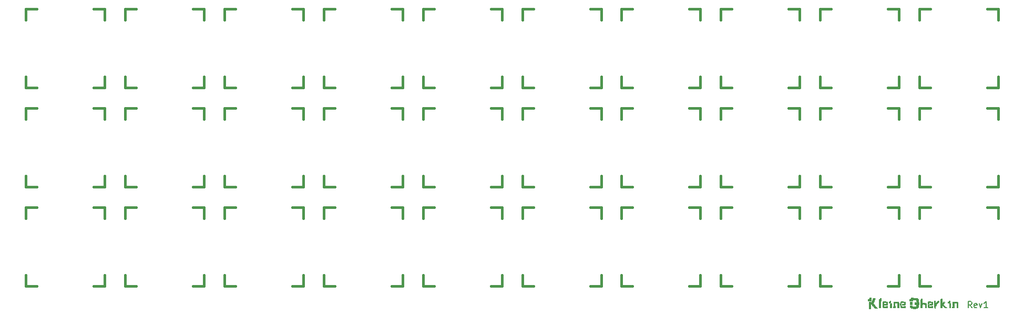
<source format=gbr>
G04 #@! TF.GenerationSoftware,KiCad,Pcbnew,(5.1.5)-3*
G04 #@! TF.CreationDate,2021-03-06T02:12:17+09:00*
G04 #@! TF.ProjectId,Kleine Gherkin,4b6c6569-6e65-4204-9768-65726b696e2e,rev?*
G04 #@! TF.SameCoordinates,Original*
G04 #@! TF.FileFunction,Legend,Top*
G04 #@! TF.FilePolarity,Positive*
%FSLAX46Y46*%
G04 Gerber Fmt 4.6, Leading zero omitted, Abs format (unit mm)*
G04 Created by KiCad (PCBNEW (5.1.5)-3) date 2021-03-06 02:12:17*
%MOMM*%
%LPD*%
G04 APERTURE LIST*
%ADD10C,0.130000*%
%ADD11C,0.010000*%
%ADD12C,0.381000*%
%ADD13C,0.150000*%
G04 APERTURE END LIST*
D10*
X187048809Y-83852380D02*
X186715476Y-83376190D01*
X186477380Y-83852380D02*
X186477380Y-82852380D01*
X186858333Y-82852380D01*
X186953571Y-82900000D01*
X187001190Y-82947619D01*
X187048809Y-83042857D01*
X187048809Y-83185714D01*
X187001190Y-83280952D01*
X186953571Y-83328571D01*
X186858333Y-83376190D01*
X186477380Y-83376190D01*
X187858333Y-83804761D02*
X187763095Y-83852380D01*
X187572619Y-83852380D01*
X187477380Y-83804761D01*
X187429761Y-83709523D01*
X187429761Y-83328571D01*
X187477380Y-83233333D01*
X187572619Y-83185714D01*
X187763095Y-83185714D01*
X187858333Y-83233333D01*
X187905952Y-83328571D01*
X187905952Y-83423809D01*
X187429761Y-83519047D01*
X188239285Y-83185714D02*
X188477380Y-83852380D01*
X188715476Y-83185714D01*
X189620238Y-83852380D02*
X189048809Y-83852380D01*
X189334523Y-83852380D02*
X189334523Y-82852380D01*
X189239285Y-82995238D01*
X189144047Y-83090476D01*
X189048809Y-83138095D01*
D11*
G36*
X182236000Y-82381492D02*
G01*
X182250950Y-82392561D01*
X182256993Y-82417252D01*
X182256126Y-82460314D01*
X182250342Y-82526496D01*
X182247027Y-82561264D01*
X182237502Y-82662117D01*
X181972882Y-82662117D01*
X181972882Y-82611045D01*
X181970304Y-82568747D01*
X181964075Y-82537042D01*
X181963813Y-82536339D01*
X181964636Y-82517967D01*
X181989815Y-82512478D01*
X181989960Y-82512477D01*
X182035724Y-82503719D01*
X182063387Y-82474922D01*
X182075780Y-82436196D01*
X182083063Y-82407634D01*
X182095421Y-82392088D01*
X182120954Y-82384901D01*
X182167759Y-82381417D01*
X182171405Y-82381224D01*
X182210150Y-82379296D01*
X182236000Y-82381492D01*
G37*
X182236000Y-82381492D02*
X182250950Y-82392561D01*
X182256993Y-82417252D01*
X182256126Y-82460314D01*
X182250342Y-82526496D01*
X182247027Y-82561264D01*
X182237502Y-82662117D01*
X181972882Y-82662117D01*
X181972882Y-82611045D01*
X181970304Y-82568747D01*
X181964075Y-82537042D01*
X181963813Y-82536339D01*
X181964636Y-82517967D01*
X181989815Y-82512478D01*
X181989960Y-82512477D01*
X182035724Y-82503719D01*
X182063387Y-82474922D01*
X182075780Y-82436196D01*
X182083063Y-82407634D01*
X182095421Y-82392088D01*
X182120954Y-82384901D01*
X182167759Y-82381417D01*
X182171405Y-82381224D01*
X182210150Y-82379296D01*
X182236000Y-82381492D01*
G36*
X172425470Y-82706941D02*
G01*
X172066882Y-82706941D01*
X172066882Y-82497764D01*
X172131129Y-82497764D01*
X172183666Y-82492818D01*
X172214415Y-82474303D01*
X172228507Y-82436706D01*
X172231235Y-82390188D01*
X172231235Y-82318470D01*
X172425470Y-82318470D01*
X172425470Y-82706941D01*
G37*
X172425470Y-82706941D02*
X172066882Y-82706941D01*
X172066882Y-82497764D01*
X172131129Y-82497764D01*
X172183666Y-82492818D01*
X172214415Y-82474303D01*
X172228507Y-82436706D01*
X172231235Y-82390188D01*
X172231235Y-82318470D01*
X172425470Y-82318470D01*
X172425470Y-82706941D01*
G36*
X178998090Y-82429416D02*
G01*
X179018265Y-82432648D01*
X179074294Y-82441909D01*
X179074294Y-82535204D01*
X179072771Y-82593723D01*
X179068840Y-82647265D01*
X179064956Y-82675191D01*
X179055617Y-82721882D01*
X178775470Y-82721882D01*
X178775794Y-82643441D01*
X178777420Y-82596728D01*
X178784981Y-82569979D01*
X178803241Y-82553299D01*
X178824353Y-82542588D01*
X178869182Y-82507632D01*
X178886884Y-82471617D01*
X178898390Y-82442765D01*
X178916140Y-82427484D01*
X178947064Y-82423720D01*
X178998090Y-82429416D01*
G37*
X178998090Y-82429416D02*
X179018265Y-82432648D01*
X179074294Y-82441909D01*
X179074294Y-82535204D01*
X179072771Y-82593723D01*
X179068840Y-82647265D01*
X179064956Y-82675191D01*
X179055617Y-82721882D01*
X178775470Y-82721882D01*
X178775794Y-82643441D01*
X178777420Y-82596728D01*
X178784981Y-82569979D01*
X178803241Y-82553299D01*
X178824353Y-82542588D01*
X178869182Y-82507632D01*
X178886884Y-82471617D01*
X178898390Y-82442765D01*
X178916140Y-82427484D01*
X178947064Y-82423720D01*
X178998090Y-82429416D01*
G36*
X170796882Y-82736823D02*
G01*
X170348647Y-82736823D01*
X170348647Y-82694191D01*
X170347081Y-82655947D01*
X170343039Y-82601791D01*
X170339048Y-82559721D01*
X170329449Y-82467882D01*
X170390639Y-82467882D01*
X170455018Y-82463607D01*
X170495932Y-82447525D01*
X170518985Y-82414752D01*
X170529784Y-82360404D01*
X170531038Y-82345531D01*
X170538782Y-82287797D01*
X170551366Y-82251254D01*
X170558863Y-82242806D01*
X170583739Y-82236081D01*
X170628979Y-82231165D01*
X170685073Y-82229066D01*
X170688559Y-82229052D01*
X170796882Y-82228823D01*
X170796882Y-82736823D01*
G37*
X170796882Y-82736823D02*
X170348647Y-82736823D01*
X170348647Y-82694191D01*
X170347081Y-82655947D01*
X170343039Y-82601791D01*
X170339048Y-82559721D01*
X170329449Y-82467882D01*
X170390639Y-82467882D01*
X170455018Y-82463607D01*
X170495932Y-82447525D01*
X170518985Y-82414752D01*
X170529784Y-82360404D01*
X170531038Y-82345531D01*
X170538782Y-82287797D01*
X170551366Y-82251254D01*
X170558863Y-82242806D01*
X170583739Y-82236081D01*
X170628979Y-82231165D01*
X170685073Y-82229066D01*
X170688559Y-82229052D01*
X170796882Y-82228823D01*
X170796882Y-82736823D01*
G36*
X177359786Y-82256469D02*
G01*
X177420346Y-82259044D01*
X177468150Y-82261608D01*
X177496423Y-82263772D01*
X177501167Y-82264617D01*
X177501693Y-82279731D01*
X177501176Y-82319814D01*
X177499729Y-82379976D01*
X177497467Y-82455328D01*
X177495100Y-82524589D01*
X177485865Y-82781647D01*
X177016473Y-82781647D01*
X177006972Y-82712326D01*
X177000913Y-82651329D01*
X176997651Y-82585803D01*
X176997470Y-82570385D01*
X176997470Y-82497764D01*
X177075912Y-82497267D01*
X177143009Y-82491402D01*
X177186722Y-82471891D01*
X177211287Y-82434332D01*
X177220940Y-82374327D01*
X177221580Y-82345957D01*
X177221573Y-82251235D01*
X177359786Y-82256469D01*
G37*
X177359786Y-82256469D02*
X177420346Y-82259044D01*
X177468150Y-82261608D01*
X177496423Y-82263772D01*
X177501167Y-82264617D01*
X177501693Y-82279731D01*
X177501176Y-82319814D01*
X177499729Y-82379976D01*
X177497467Y-82455328D01*
X177495100Y-82524589D01*
X177485865Y-82781647D01*
X177016473Y-82781647D01*
X177006972Y-82712326D01*
X177000913Y-82651329D01*
X176997651Y-82585803D01*
X176997470Y-82570385D01*
X176997470Y-82497764D01*
X177075912Y-82497267D01*
X177143009Y-82491402D01*
X177186722Y-82471891D01*
X177211287Y-82434332D01*
X177220940Y-82374327D01*
X177221580Y-82345957D01*
X177221573Y-82251235D01*
X177359786Y-82256469D01*
G36*
X177716839Y-82278989D02*
G01*
X177765973Y-82282508D01*
X177836465Y-82285448D01*
X177919794Y-82287547D01*
X178007437Y-82288542D01*
X178029442Y-82288588D01*
X178250206Y-82288588D01*
X178314868Y-82337148D01*
X178376937Y-82399321D01*
X178422407Y-82471465D01*
X178442393Y-82515114D01*
X178455823Y-82556489D01*
X178464477Y-82604381D01*
X178470134Y-82667582D01*
X178473081Y-82721728D01*
X178480879Y-82886235D01*
X178362969Y-82883844D01*
X178299251Y-82881907D01*
X178240907Y-82879024D01*
X178199544Y-82875783D01*
X178196500Y-82875426D01*
X178167669Y-82870202D01*
X178153348Y-82858314D01*
X178148463Y-82831379D01*
X178147941Y-82795161D01*
X178139976Y-82717448D01*
X178117784Y-82653485D01*
X178083920Y-82609703D01*
X178070765Y-82600859D01*
X178040145Y-82592321D01*
X177984308Y-82584815D01*
X177907914Y-82578836D01*
X177830441Y-82575329D01*
X177625000Y-82568640D01*
X177625000Y-82269390D01*
X177716839Y-82278989D01*
G37*
X177716839Y-82278989D02*
X177765973Y-82282508D01*
X177836465Y-82285448D01*
X177919794Y-82287547D01*
X178007437Y-82288542D01*
X178029442Y-82288588D01*
X178250206Y-82288588D01*
X178314868Y-82337148D01*
X178376937Y-82399321D01*
X178422407Y-82471465D01*
X178442393Y-82515114D01*
X178455823Y-82556489D01*
X178464477Y-82604381D01*
X178470134Y-82667582D01*
X178473081Y-82721728D01*
X178480879Y-82886235D01*
X178362969Y-82883844D01*
X178299251Y-82881907D01*
X178240907Y-82879024D01*
X178199544Y-82875783D01*
X178196500Y-82875426D01*
X178167669Y-82870202D01*
X178153348Y-82858314D01*
X178148463Y-82831379D01*
X178147941Y-82795161D01*
X178139976Y-82717448D01*
X178117784Y-82653485D01*
X178083920Y-82609703D01*
X178070765Y-82600859D01*
X178040145Y-82592321D01*
X177984308Y-82584815D01*
X177907914Y-82578836D01*
X177830441Y-82575329D01*
X177625000Y-82568640D01*
X177625000Y-82269390D01*
X177716839Y-82278989D01*
G36*
X183511823Y-83065529D02*
G01*
X183198059Y-83065529D01*
X183198059Y-82992422D01*
X183201916Y-82941641D01*
X183217337Y-82913817D01*
X183250098Y-82902591D01*
X183280931Y-82901176D01*
X183317407Y-82887885D01*
X183340650Y-82851276D01*
X183347470Y-82805041D01*
X183349479Y-82783095D01*
X183360386Y-82771670D01*
X183387517Y-82767347D01*
X183429647Y-82766705D01*
X183511823Y-82766705D01*
X183511823Y-83065529D01*
G37*
X183511823Y-83065529D02*
X183198059Y-83065529D01*
X183198059Y-82992422D01*
X183201916Y-82941641D01*
X183217337Y-82913817D01*
X183250098Y-82902591D01*
X183280931Y-82901176D01*
X183317407Y-82887885D01*
X183340650Y-82851276D01*
X183347470Y-82805041D01*
X183349479Y-82783095D01*
X183360386Y-82771670D01*
X183387517Y-82767347D01*
X183429647Y-82766705D01*
X183511823Y-82766705D01*
X183511823Y-83065529D01*
G36*
X173994294Y-83065529D02*
G01*
X173680529Y-83065529D01*
X173680529Y-82992422D01*
X173684386Y-82941641D01*
X173699807Y-82913817D01*
X173732569Y-82902591D01*
X173763402Y-82901176D01*
X173799878Y-82887885D01*
X173823121Y-82851276D01*
X173829941Y-82805041D01*
X173831949Y-82783095D01*
X173842857Y-82771670D01*
X173869987Y-82767347D01*
X173912117Y-82766705D01*
X173994294Y-82766705D01*
X173994294Y-83065529D01*
G37*
X173994294Y-83065529D02*
X173680529Y-83065529D01*
X173680529Y-82992422D01*
X173684386Y-82941641D01*
X173699807Y-82913817D01*
X173732569Y-82902591D01*
X173763402Y-82901176D01*
X173799878Y-82887885D01*
X173823121Y-82851276D01*
X173829941Y-82805041D01*
X173831949Y-82783095D01*
X173842857Y-82771670D01*
X173869987Y-82767347D01*
X173912117Y-82766705D01*
X173994294Y-82766705D01*
X173994294Y-83065529D01*
G36*
X172335823Y-83065529D02*
G01*
X172111706Y-83065529D01*
X172111706Y-82856352D01*
X172335823Y-82856352D01*
X172335823Y-83065529D01*
G37*
X172335823Y-83065529D02*
X172111706Y-83065529D01*
X172111706Y-82856352D01*
X172335823Y-82856352D01*
X172335823Y-83065529D01*
G36*
X178566294Y-83304588D02*
G01*
X177864059Y-83304588D01*
X177864059Y-82990823D01*
X178566294Y-82990823D01*
X178566294Y-83304588D01*
G37*
X178566294Y-83304588D02*
X177864059Y-83304588D01*
X177864059Y-82990823D01*
X178566294Y-82990823D01*
X178566294Y-83304588D01*
G36*
X177415823Y-83138636D02*
G01*
X177415296Y-83219646D01*
X177413344Y-83275529D01*
X177409411Y-83311029D01*
X177402941Y-83330887D01*
X177393379Y-83339847D01*
X177392190Y-83340342D01*
X177367695Y-83344227D01*
X177321094Y-83347280D01*
X177260160Y-83349091D01*
X177220366Y-83349411D01*
X177072176Y-83349411D01*
X177072099Y-83293382D01*
X177071066Y-83253552D01*
X177068366Y-83194020D01*
X177064486Y-83124889D01*
X177062375Y-83091676D01*
X177052728Y-82946000D01*
X177415823Y-82946000D01*
X177415823Y-83138636D01*
G37*
X177415823Y-83138636D02*
X177415296Y-83219646D01*
X177413344Y-83275529D01*
X177409411Y-83311029D01*
X177402941Y-83330887D01*
X177393379Y-83339847D01*
X177392190Y-83340342D01*
X177367695Y-83344227D01*
X177321094Y-83347280D01*
X177260160Y-83349091D01*
X177220366Y-83349411D01*
X177072176Y-83349411D01*
X177072099Y-83293382D01*
X177071066Y-83253552D01*
X177068366Y-83194020D01*
X177064486Y-83124889D01*
X177062375Y-83091676D01*
X177052728Y-82946000D01*
X177415823Y-82946000D01*
X177415823Y-83138636D01*
G36*
X184417468Y-82871409D02*
G01*
X184500316Y-82872006D01*
X184561741Y-82873459D01*
X184605973Y-82876146D01*
X184637242Y-82880443D01*
X184659776Y-82886724D01*
X184677806Y-82895366D01*
X184693702Y-82905490D01*
X184730964Y-82933814D01*
X184759417Y-82965063D01*
X184780366Y-83003718D01*
X184795116Y-83054264D01*
X184804969Y-83121183D01*
X184811232Y-83208961D01*
X184815208Y-83322080D01*
X184815238Y-83323264D01*
X184822012Y-83588470D01*
X184617470Y-83588470D01*
X184617470Y-83352400D01*
X184616495Y-83248842D01*
X184613489Y-83173403D01*
X184608332Y-83124379D01*
X184600904Y-83100066D01*
X184599541Y-83098400D01*
X184576739Y-83089959D01*
X184527234Y-83084233D01*
X184449899Y-83081130D01*
X184375423Y-83080470D01*
X184169235Y-83080470D01*
X184169235Y-83483882D01*
X183975000Y-83483882D01*
X183975000Y-82871294D01*
X184308967Y-82871294D01*
X184417468Y-82871409D01*
G37*
X184417468Y-82871409D02*
X184500316Y-82872006D01*
X184561741Y-82873459D01*
X184605973Y-82876146D01*
X184637242Y-82880443D01*
X184659776Y-82886724D01*
X184677806Y-82895366D01*
X184693702Y-82905490D01*
X184730964Y-82933814D01*
X184759417Y-82965063D01*
X184780366Y-83003718D01*
X184795116Y-83054264D01*
X184804969Y-83121183D01*
X184811232Y-83208961D01*
X184815208Y-83322080D01*
X184815238Y-83323264D01*
X184822012Y-83588470D01*
X184617470Y-83588470D01*
X184617470Y-83352400D01*
X184616495Y-83248842D01*
X184613489Y-83173403D01*
X184608332Y-83124379D01*
X184600904Y-83100066D01*
X184599541Y-83098400D01*
X184576739Y-83089959D01*
X184527234Y-83084233D01*
X184449899Y-83081130D01*
X184375423Y-83080470D01*
X184169235Y-83080470D01*
X184169235Y-83483882D01*
X183975000Y-83483882D01*
X183975000Y-82871294D01*
X184308967Y-82871294D01*
X184417468Y-82871409D01*
G36*
X181141436Y-82800323D02*
G01*
X181145220Y-82847141D01*
X181148303Y-82914353D01*
X181150338Y-82992473D01*
X181150988Y-83061794D01*
X181151893Y-83131669D01*
X181154267Y-83189079D01*
X181157757Y-83228350D01*
X181162010Y-83243809D01*
X181162323Y-83243853D01*
X181174612Y-83231651D01*
X181198828Y-83199513D01*
X181231051Y-83152835D01*
X181255706Y-83115281D01*
X181318949Y-83027120D01*
X181391324Y-82942668D01*
X181466732Y-82868105D01*
X181524038Y-82821771D01*
X181589671Y-82821771D01*
X181591882Y-82826470D01*
X181612016Y-82840283D01*
X181634383Y-82837312D01*
X181644176Y-82820598D01*
X181633716Y-82799285D01*
X181611757Y-82788945D01*
X181592434Y-82795844D01*
X181591479Y-82797240D01*
X181589671Y-82821771D01*
X181524038Y-82821771D01*
X181539077Y-82809612D01*
X181585417Y-82781134D01*
X181626176Y-82762886D01*
X181654726Y-82759392D01*
X181683975Y-82769214D01*
X181685599Y-82769987D01*
X181720776Y-82794907D01*
X181726413Y-82822227D01*
X181702479Y-82852593D01*
X181681059Y-82868067D01*
X181647488Y-82895207D01*
X181637329Y-82914650D01*
X181649381Y-82921736D01*
X181682440Y-82911808D01*
X181691236Y-82907490D01*
X181728129Y-82891303D01*
X181741961Y-82891441D01*
X181733074Y-82905651D01*
X181701814Y-82931679D01*
X181685807Y-82943057D01*
X181629941Y-82987714D01*
X181564231Y-83049840D01*
X181495513Y-83122108D01*
X181430626Y-83197192D01*
X181376407Y-83267767D01*
X181359542Y-83292622D01*
X181288875Y-83423776D01*
X181248987Y-83547382D01*
X181240195Y-83588470D01*
X180956882Y-83588470D01*
X180956882Y-82721882D01*
X181132014Y-82721882D01*
X181141436Y-82800323D01*
G37*
X181141436Y-82800323D02*
X181145220Y-82847141D01*
X181148303Y-82914353D01*
X181150338Y-82992473D01*
X181150988Y-83061794D01*
X181151893Y-83131669D01*
X181154267Y-83189079D01*
X181157757Y-83228350D01*
X181162010Y-83243809D01*
X181162323Y-83243853D01*
X181174612Y-83231651D01*
X181198828Y-83199513D01*
X181231051Y-83152835D01*
X181255706Y-83115281D01*
X181318949Y-83027120D01*
X181391324Y-82942668D01*
X181466732Y-82868105D01*
X181524038Y-82821771D01*
X181589671Y-82821771D01*
X181591882Y-82826470D01*
X181612016Y-82840283D01*
X181634383Y-82837312D01*
X181644176Y-82820598D01*
X181633716Y-82799285D01*
X181611757Y-82788945D01*
X181592434Y-82795844D01*
X181591479Y-82797240D01*
X181589671Y-82821771D01*
X181524038Y-82821771D01*
X181539077Y-82809612D01*
X181585417Y-82781134D01*
X181626176Y-82762886D01*
X181654726Y-82759392D01*
X181683975Y-82769214D01*
X181685599Y-82769987D01*
X181720776Y-82794907D01*
X181726413Y-82822227D01*
X181702479Y-82852593D01*
X181681059Y-82868067D01*
X181647488Y-82895207D01*
X181637329Y-82914650D01*
X181649381Y-82921736D01*
X181682440Y-82911808D01*
X181691236Y-82907490D01*
X181728129Y-82891303D01*
X181741961Y-82891441D01*
X181733074Y-82905651D01*
X181701814Y-82931679D01*
X181685807Y-82943057D01*
X181629941Y-82987714D01*
X181564231Y-83049840D01*
X181495513Y-83122108D01*
X181430626Y-83197192D01*
X181376407Y-83267767D01*
X181359542Y-83292622D01*
X181288875Y-83423776D01*
X181248987Y-83547382D01*
X181240195Y-83588470D01*
X180956882Y-83588470D01*
X180956882Y-82721882D01*
X181132014Y-82721882D01*
X181141436Y-82800323D01*
G36*
X174899938Y-82871409D02*
G01*
X174982786Y-82872006D01*
X175044212Y-82873459D01*
X175088444Y-82876146D01*
X175119712Y-82880443D01*
X175142247Y-82886724D01*
X175160277Y-82895366D01*
X175176173Y-82905490D01*
X175213434Y-82933814D01*
X175241888Y-82965063D01*
X175262837Y-83003718D01*
X175277586Y-83054264D01*
X175287440Y-83121183D01*
X175293703Y-83208961D01*
X175297679Y-83322080D01*
X175297709Y-83323264D01*
X175304483Y-83588470D01*
X175099941Y-83588470D01*
X175099941Y-83352400D01*
X175098966Y-83248842D01*
X175095960Y-83173403D01*
X175090803Y-83124379D01*
X175083375Y-83100066D01*
X175082012Y-83098400D01*
X175059209Y-83089959D01*
X175009705Y-83084233D01*
X174932370Y-83081130D01*
X174857894Y-83080470D01*
X174651706Y-83080470D01*
X174651706Y-83483882D01*
X174457470Y-83483882D01*
X174457470Y-82871294D01*
X174791437Y-82871294D01*
X174899938Y-82871409D01*
G37*
X174899938Y-82871409D02*
X174982786Y-82872006D01*
X175044212Y-82873459D01*
X175088444Y-82876146D01*
X175119712Y-82880443D01*
X175142247Y-82886724D01*
X175160277Y-82895366D01*
X175176173Y-82905490D01*
X175213434Y-82933814D01*
X175241888Y-82965063D01*
X175262837Y-83003718D01*
X175277586Y-83054264D01*
X175287440Y-83121183D01*
X175293703Y-83208961D01*
X175297679Y-83322080D01*
X175297709Y-83323264D01*
X175304483Y-83588470D01*
X175099941Y-83588470D01*
X175099941Y-83352400D01*
X175098966Y-83248842D01*
X175095960Y-83173403D01*
X175090803Y-83124379D01*
X175083375Y-83100066D01*
X175082012Y-83098400D01*
X175059209Y-83089959D01*
X175009705Y-83084233D01*
X174932370Y-83081130D01*
X174857894Y-83080470D01*
X174651706Y-83080470D01*
X174651706Y-83483882D01*
X174457470Y-83483882D01*
X174457470Y-82871294D01*
X174791437Y-82871294D01*
X174899938Y-82871409D01*
G36*
X171260059Y-82348647D02*
G01*
X171323868Y-82349897D01*
X171383651Y-82353140D01*
X171426517Y-82357678D01*
X171426674Y-82357703D01*
X171481230Y-82366725D01*
X171421784Y-82495745D01*
X171396030Y-82552834D01*
X171364374Y-82624824D01*
X171329049Y-82706439D01*
X171292288Y-82792401D01*
X171256321Y-82877432D01*
X171223382Y-82956256D01*
X171195702Y-83023595D01*
X171175513Y-83074172D01*
X171165048Y-83102709D01*
X171164995Y-83102882D01*
X171162090Y-83122990D01*
X171166781Y-83146588D01*
X171181219Y-83177302D01*
X171207555Y-83218761D01*
X171247940Y-83274592D01*
X171304525Y-83348423D01*
X171329635Y-83380567D01*
X171378141Y-83442738D01*
X171420418Y-83497452D01*
X171452833Y-83539968D01*
X171471749Y-83565539D01*
X171474622Y-83569794D01*
X171473080Y-83577722D01*
X171454805Y-83583125D01*
X171416245Y-83586362D01*
X171353846Y-83587788D01*
X171294558Y-83587902D01*
X171103176Y-83587334D01*
X170988979Y-83434755D01*
X170928423Y-83352531D01*
X170884494Y-83288875D01*
X170854913Y-83239212D01*
X170837399Y-83198970D01*
X170829674Y-83163576D01*
X170829458Y-83128454D01*
X170830559Y-83116910D01*
X170839500Y-83080066D01*
X170858992Y-83023479D01*
X170886367Y-82954208D01*
X170918956Y-82879309D01*
X170927084Y-82861651D01*
X170967435Y-82773417D01*
X171010440Y-82676819D01*
X171050843Y-82583799D01*
X171082243Y-82509101D01*
X171148000Y-82348613D01*
X171260059Y-82348647D01*
G37*
X171260059Y-82348647D02*
X171323868Y-82349897D01*
X171383651Y-82353140D01*
X171426517Y-82357678D01*
X171426674Y-82357703D01*
X171481230Y-82366725D01*
X171421784Y-82495745D01*
X171396030Y-82552834D01*
X171364374Y-82624824D01*
X171329049Y-82706439D01*
X171292288Y-82792401D01*
X171256321Y-82877432D01*
X171223382Y-82956256D01*
X171195702Y-83023595D01*
X171175513Y-83074172D01*
X171165048Y-83102709D01*
X171164995Y-83102882D01*
X171162090Y-83122990D01*
X171166781Y-83146588D01*
X171181219Y-83177302D01*
X171207555Y-83218761D01*
X171247940Y-83274592D01*
X171304525Y-83348423D01*
X171329635Y-83380567D01*
X171378141Y-83442738D01*
X171420418Y-83497452D01*
X171452833Y-83539968D01*
X171471749Y-83565539D01*
X171474622Y-83569794D01*
X171473080Y-83577722D01*
X171454805Y-83583125D01*
X171416245Y-83586362D01*
X171353846Y-83587788D01*
X171294558Y-83587902D01*
X171103176Y-83587334D01*
X170988979Y-83434755D01*
X170928423Y-83352531D01*
X170884494Y-83288875D01*
X170854913Y-83239212D01*
X170837399Y-83198970D01*
X170829674Y-83163576D01*
X170829458Y-83128454D01*
X170830559Y-83116910D01*
X170839500Y-83080066D01*
X170858992Y-83023479D01*
X170886367Y-82954208D01*
X170918956Y-82879309D01*
X170927084Y-82861651D01*
X170967435Y-82773417D01*
X171010440Y-82676819D01*
X171050843Y-82583799D01*
X171082243Y-82509101D01*
X171148000Y-82348613D01*
X171260059Y-82348647D01*
G36*
X183567853Y-83185262D02*
G01*
X183646294Y-83185058D01*
X183646294Y-83842470D01*
X183422176Y-83842470D01*
X183422176Y-83522977D01*
X183421980Y-83414023D01*
X183422429Y-83331333D01*
X183425076Y-83271305D01*
X183431476Y-83230335D01*
X183443184Y-83204819D01*
X183461754Y-83191154D01*
X183488740Y-83185737D01*
X183525697Y-83184964D01*
X183567853Y-83185262D01*
G37*
X183567853Y-83185262D02*
X183646294Y-83185058D01*
X183646294Y-83842470D01*
X183422176Y-83842470D01*
X183422176Y-83522977D01*
X183421980Y-83414023D01*
X183422429Y-83331333D01*
X183425076Y-83271305D01*
X183431476Y-83230335D01*
X183443184Y-83204819D01*
X183461754Y-83191154D01*
X183488740Y-83185737D01*
X183525697Y-83184964D01*
X183567853Y-83185262D01*
G36*
X180715260Y-83574358D02*
G01*
X180738817Y-83578795D01*
X180745369Y-83589768D01*
X180742182Y-83607147D01*
X180737484Y-83639259D01*
X180734150Y-83689730D01*
X180732969Y-83741617D01*
X180732765Y-83842470D01*
X180615725Y-83842470D01*
X180559194Y-83841279D01*
X180514817Y-83838121D01*
X180490572Y-83833623D01*
X180488725Y-83832509D01*
X180482806Y-83812783D01*
X180479237Y-83774254D01*
X180478765Y-83752494D01*
X180480336Y-83709367D01*
X180488776Y-83686442D01*
X180509671Y-83674069D01*
X180527323Y-83668597D01*
X180563724Y-83651816D01*
X180579044Y-83623950D01*
X180580610Y-83614142D01*
X180585290Y-83590948D01*
X180597522Y-83578840D01*
X180625049Y-83574231D01*
X180668264Y-83573529D01*
X180715260Y-83574358D01*
G37*
X180715260Y-83574358D02*
X180738817Y-83578795D01*
X180745369Y-83589768D01*
X180742182Y-83607147D01*
X180737484Y-83639259D01*
X180734150Y-83689730D01*
X180732969Y-83741617D01*
X180732765Y-83842470D01*
X180615725Y-83842470D01*
X180559194Y-83841279D01*
X180514817Y-83838121D01*
X180490572Y-83833623D01*
X180488725Y-83832509D01*
X180482806Y-83812783D01*
X180479237Y-83774254D01*
X180478765Y-83752494D01*
X180480336Y-83709367D01*
X180488776Y-83686442D01*
X180509671Y-83674069D01*
X180527323Y-83668597D01*
X180563724Y-83651816D01*
X180579044Y-83623950D01*
X180580610Y-83614142D01*
X180585290Y-83590948D01*
X180597522Y-83578840D01*
X180625049Y-83574231D01*
X180668264Y-83573529D01*
X180715260Y-83574358D01*
G36*
X180324513Y-82864959D02*
G01*
X180432592Y-82865835D01*
X180515005Y-82868118D01*
X180575969Y-82872766D01*
X180619697Y-82880740D01*
X180650404Y-82893000D01*
X180672303Y-82910504D01*
X180689611Y-82934215D01*
X180698661Y-82950178D01*
X180711589Y-82990824D01*
X180720551Y-83051883D01*
X180725412Y-83124652D01*
X180726034Y-83200430D01*
X180722282Y-83270514D01*
X180714019Y-83326202D01*
X180704976Y-83352923D01*
X180686149Y-83380023D01*
X180659990Y-83399448D01*
X180621740Y-83412381D01*
X180566641Y-83420002D01*
X180489933Y-83423495D01*
X180418297Y-83424117D01*
X180224765Y-83424117D01*
X180224765Y-83259764D01*
X180388592Y-83259764D01*
X180469032Y-83258692D01*
X180524101Y-83253317D01*
X180558293Y-83240399D01*
X180576099Y-83216699D01*
X180582013Y-83178977D01*
X180580528Y-83123994D01*
X180580383Y-83121474D01*
X180575910Y-83079570D01*
X180565322Y-83049162D01*
X180544475Y-83028553D01*
X180509225Y-83016044D01*
X180455430Y-83009938D01*
X180378946Y-83008536D01*
X180307127Y-83009493D01*
X180113078Y-83013235D01*
X180100385Y-83095411D01*
X180096403Y-83139917D01*
X180094073Y-83206488D01*
X180093505Y-83287345D01*
X180094813Y-83374711D01*
X180095858Y-83408934D01*
X180099531Y-83504485D01*
X180104422Y-83574238D01*
X180112968Y-83622252D01*
X180127609Y-83652585D01*
X180150780Y-83669297D01*
X180184919Y-83676446D01*
X180232463Y-83678091D01*
X180257503Y-83678117D01*
X180359235Y-83678117D01*
X180359235Y-83842470D01*
X180221029Y-83842372D01*
X180149036Y-83840999D01*
X180099299Y-83836210D01*
X180064271Y-83826816D01*
X180039569Y-83813758D01*
X180007708Y-83790945D01*
X179983206Y-83767021D01*
X179964967Y-83737750D01*
X179951894Y-83698894D01*
X179942890Y-83646214D01*
X179936859Y-83575474D01*
X179932705Y-83482435D01*
X179930030Y-83390425D01*
X179927599Y-83268179D01*
X179927776Y-83171525D01*
X179931182Y-83096242D01*
X179938436Y-83038106D01*
X179950158Y-82992894D01*
X179966969Y-82956384D01*
X179989487Y-82924352D01*
X180000276Y-82911797D01*
X180043262Y-82863823D01*
X180324513Y-82864959D01*
G37*
X180324513Y-82864959D02*
X180432592Y-82865835D01*
X180515005Y-82868118D01*
X180575969Y-82872766D01*
X180619697Y-82880740D01*
X180650404Y-82893000D01*
X180672303Y-82910504D01*
X180689611Y-82934215D01*
X180698661Y-82950178D01*
X180711589Y-82990824D01*
X180720551Y-83051883D01*
X180725412Y-83124652D01*
X180726034Y-83200430D01*
X180722282Y-83270514D01*
X180714019Y-83326202D01*
X180704976Y-83352923D01*
X180686149Y-83380023D01*
X180659990Y-83399448D01*
X180621740Y-83412381D01*
X180566641Y-83420002D01*
X180489933Y-83423495D01*
X180418297Y-83424117D01*
X180224765Y-83424117D01*
X180224765Y-83259764D01*
X180388592Y-83259764D01*
X180469032Y-83258692D01*
X180524101Y-83253317D01*
X180558293Y-83240399D01*
X180576099Y-83216699D01*
X180582013Y-83178977D01*
X180580528Y-83123994D01*
X180580383Y-83121474D01*
X180575910Y-83079570D01*
X180565322Y-83049162D01*
X180544475Y-83028553D01*
X180509225Y-83016044D01*
X180455430Y-83009938D01*
X180378946Y-83008536D01*
X180307127Y-83009493D01*
X180113078Y-83013235D01*
X180100385Y-83095411D01*
X180096403Y-83139917D01*
X180094073Y-83206488D01*
X180093505Y-83287345D01*
X180094813Y-83374711D01*
X180095858Y-83408934D01*
X180099531Y-83504485D01*
X180104422Y-83574238D01*
X180112968Y-83622252D01*
X180127609Y-83652585D01*
X180150780Y-83669297D01*
X180184919Y-83676446D01*
X180232463Y-83678091D01*
X180257503Y-83678117D01*
X180359235Y-83678117D01*
X180359235Y-83842470D01*
X180221029Y-83842372D01*
X180149036Y-83840999D01*
X180099299Y-83836210D01*
X180064271Y-83826816D01*
X180039569Y-83813758D01*
X180007708Y-83790945D01*
X179983206Y-83767021D01*
X179964967Y-83737750D01*
X179951894Y-83698894D01*
X179942890Y-83646214D01*
X179936859Y-83575474D01*
X179932705Y-83482435D01*
X179930030Y-83390425D01*
X179927599Y-83268179D01*
X179927776Y-83171525D01*
X179931182Y-83096242D01*
X179938436Y-83038106D01*
X179950158Y-82992894D01*
X179966969Y-82956384D01*
X179989487Y-82924352D01*
X180000276Y-82911797D01*
X180043262Y-82863823D01*
X180324513Y-82864959D01*
G36*
X176307613Y-83574358D02*
G01*
X176331170Y-83578795D01*
X176337722Y-83589768D01*
X176334535Y-83607147D01*
X176329837Y-83639259D01*
X176326503Y-83689730D01*
X176325321Y-83741617D01*
X176325117Y-83842470D01*
X176208078Y-83842470D01*
X176151547Y-83841279D01*
X176107170Y-83838121D01*
X176082925Y-83833623D01*
X176081078Y-83832509D01*
X176075158Y-83812783D01*
X176071590Y-83774254D01*
X176071117Y-83752494D01*
X176072689Y-83709367D01*
X176081129Y-83686442D01*
X176102024Y-83674069D01*
X176119676Y-83668597D01*
X176156077Y-83651816D01*
X176171397Y-83623950D01*
X176172963Y-83614142D01*
X176177643Y-83590948D01*
X176189875Y-83578840D01*
X176217402Y-83574231D01*
X176260617Y-83573529D01*
X176307613Y-83574358D01*
G37*
X176307613Y-83574358D02*
X176331170Y-83578795D01*
X176337722Y-83589768D01*
X176334535Y-83607147D01*
X176329837Y-83639259D01*
X176326503Y-83689730D01*
X176325321Y-83741617D01*
X176325117Y-83842470D01*
X176208078Y-83842470D01*
X176151547Y-83841279D01*
X176107170Y-83838121D01*
X176082925Y-83833623D01*
X176081078Y-83832509D01*
X176075158Y-83812783D01*
X176071590Y-83774254D01*
X176071117Y-83752494D01*
X176072689Y-83709367D01*
X176081129Y-83686442D01*
X176102024Y-83674069D01*
X176119676Y-83668597D01*
X176156077Y-83651816D01*
X176171397Y-83623950D01*
X176172963Y-83614142D01*
X176177643Y-83590948D01*
X176189875Y-83578840D01*
X176217402Y-83574231D01*
X176260617Y-83573529D01*
X176307613Y-83574358D01*
G36*
X175916866Y-82864959D02*
G01*
X176024944Y-82865835D01*
X176107358Y-82868118D01*
X176168322Y-82872766D01*
X176212050Y-82880740D01*
X176242756Y-82893000D01*
X176264656Y-82910504D01*
X176281964Y-82934215D01*
X176291014Y-82950178D01*
X176303942Y-82990824D01*
X176312904Y-83051883D01*
X176317765Y-83124652D01*
X176318387Y-83200430D01*
X176314635Y-83270514D01*
X176306372Y-83326202D01*
X176297329Y-83352923D01*
X176278502Y-83380023D01*
X176252343Y-83399448D01*
X176214093Y-83412381D01*
X176158994Y-83420002D01*
X176082286Y-83423495D01*
X176010650Y-83424117D01*
X175817117Y-83424117D01*
X175817117Y-83259764D01*
X175980945Y-83259764D01*
X176061385Y-83258692D01*
X176116454Y-83253317D01*
X176150645Y-83240399D01*
X176168452Y-83216699D01*
X176174366Y-83178977D01*
X176172881Y-83123994D01*
X176172736Y-83121474D01*
X176168263Y-83079570D01*
X176157675Y-83049162D01*
X176136828Y-83028553D01*
X176101578Y-83016044D01*
X176047783Y-83009938D01*
X175971299Y-83008536D01*
X175899480Y-83009493D01*
X175705431Y-83013235D01*
X175692738Y-83095411D01*
X175688756Y-83139917D01*
X175686426Y-83206488D01*
X175685858Y-83287345D01*
X175687166Y-83374711D01*
X175688211Y-83408934D01*
X175691884Y-83504485D01*
X175696774Y-83574238D01*
X175705321Y-83622252D01*
X175719962Y-83652585D01*
X175743133Y-83669297D01*
X175777272Y-83676446D01*
X175824816Y-83678091D01*
X175849855Y-83678117D01*
X175951588Y-83678117D01*
X175951588Y-83842470D01*
X175813382Y-83842372D01*
X175741389Y-83840999D01*
X175691651Y-83836210D01*
X175656624Y-83826816D01*
X175631922Y-83813758D01*
X175600061Y-83790945D01*
X175575559Y-83767021D01*
X175557320Y-83737750D01*
X175544247Y-83698894D01*
X175535243Y-83646214D01*
X175529212Y-83575474D01*
X175525058Y-83482435D01*
X175522383Y-83390425D01*
X175519951Y-83268179D01*
X175520129Y-83171525D01*
X175523535Y-83096242D01*
X175530789Y-83038106D01*
X175542511Y-82992894D01*
X175559322Y-82956384D01*
X175581840Y-82924352D01*
X175592629Y-82911797D01*
X175635615Y-82863823D01*
X175916866Y-82864959D01*
G37*
X175916866Y-82864959D02*
X176024944Y-82865835D01*
X176107358Y-82868118D01*
X176168322Y-82872766D01*
X176212050Y-82880740D01*
X176242756Y-82893000D01*
X176264656Y-82910504D01*
X176281964Y-82934215D01*
X176291014Y-82950178D01*
X176303942Y-82990824D01*
X176312904Y-83051883D01*
X176317765Y-83124652D01*
X176318387Y-83200430D01*
X176314635Y-83270514D01*
X176306372Y-83326202D01*
X176297329Y-83352923D01*
X176278502Y-83380023D01*
X176252343Y-83399448D01*
X176214093Y-83412381D01*
X176158994Y-83420002D01*
X176082286Y-83423495D01*
X176010650Y-83424117D01*
X175817117Y-83424117D01*
X175817117Y-83259764D01*
X175980945Y-83259764D01*
X176061385Y-83258692D01*
X176116454Y-83253317D01*
X176150645Y-83240399D01*
X176168452Y-83216699D01*
X176174366Y-83178977D01*
X176172881Y-83123994D01*
X176172736Y-83121474D01*
X176168263Y-83079570D01*
X176157675Y-83049162D01*
X176136828Y-83028553D01*
X176101578Y-83016044D01*
X176047783Y-83009938D01*
X175971299Y-83008536D01*
X175899480Y-83009493D01*
X175705431Y-83013235D01*
X175692738Y-83095411D01*
X175688756Y-83139917D01*
X175686426Y-83206488D01*
X175685858Y-83287345D01*
X175687166Y-83374711D01*
X175688211Y-83408934D01*
X175691884Y-83504485D01*
X175696774Y-83574238D01*
X175705321Y-83622252D01*
X175719962Y-83652585D01*
X175743133Y-83669297D01*
X175777272Y-83676446D01*
X175824816Y-83678091D01*
X175849855Y-83678117D01*
X175951588Y-83678117D01*
X175951588Y-83842470D01*
X175813382Y-83842372D01*
X175741389Y-83840999D01*
X175691651Y-83836210D01*
X175656624Y-83826816D01*
X175631922Y-83813758D01*
X175600061Y-83790945D01*
X175575559Y-83767021D01*
X175557320Y-83737750D01*
X175544247Y-83698894D01*
X175535243Y-83646214D01*
X175529212Y-83575474D01*
X175525058Y-83482435D01*
X175522383Y-83390425D01*
X175519951Y-83268179D01*
X175520129Y-83171525D01*
X175523535Y-83096242D01*
X175530789Y-83038106D01*
X175542511Y-82992894D01*
X175559322Y-82956384D01*
X175581840Y-82924352D01*
X175592629Y-82911797D01*
X175635615Y-82863823D01*
X175916866Y-82864959D01*
G36*
X174050323Y-83185262D02*
G01*
X174128765Y-83185058D01*
X174128765Y-83842470D01*
X173904647Y-83842470D01*
X173904647Y-83522977D01*
X173904451Y-83414023D01*
X173904899Y-83331333D01*
X173907546Y-83271305D01*
X173913947Y-83230335D01*
X173925654Y-83204819D01*
X173944224Y-83191154D01*
X173971210Y-83185737D01*
X174008167Y-83184964D01*
X174050323Y-83185262D01*
G37*
X174050323Y-83185262D02*
X174128765Y-83185058D01*
X174128765Y-83842470D01*
X173904647Y-83842470D01*
X173904647Y-83522977D01*
X173904451Y-83414023D01*
X173904899Y-83331333D01*
X173907546Y-83271305D01*
X173913947Y-83230335D01*
X173925654Y-83204819D01*
X173944224Y-83191154D01*
X173971210Y-83185737D01*
X174008167Y-83184964D01*
X174050323Y-83185262D01*
G36*
X173438907Y-83574358D02*
G01*
X173462464Y-83578795D01*
X173469016Y-83589768D01*
X173465829Y-83607147D01*
X173461131Y-83639259D01*
X173457797Y-83689730D01*
X173456616Y-83741617D01*
X173456412Y-83842470D01*
X173339372Y-83842470D01*
X173282841Y-83841279D01*
X173238464Y-83838121D01*
X173214219Y-83833623D01*
X173212372Y-83832509D01*
X173206453Y-83812783D01*
X173202885Y-83774254D01*
X173202412Y-83752494D01*
X173203983Y-83709367D01*
X173212424Y-83686442D01*
X173233318Y-83674069D01*
X173250970Y-83668597D01*
X173287371Y-83651816D01*
X173302691Y-83623950D01*
X173304257Y-83614142D01*
X173308937Y-83590948D01*
X173321170Y-83578840D01*
X173348696Y-83574231D01*
X173391911Y-83573529D01*
X173438907Y-83574358D01*
G37*
X173438907Y-83574358D02*
X173462464Y-83578795D01*
X173469016Y-83589768D01*
X173465829Y-83607147D01*
X173461131Y-83639259D01*
X173457797Y-83689730D01*
X173456616Y-83741617D01*
X173456412Y-83842470D01*
X173339372Y-83842470D01*
X173282841Y-83841279D01*
X173238464Y-83838121D01*
X173214219Y-83833623D01*
X173212372Y-83832509D01*
X173206453Y-83812783D01*
X173202885Y-83774254D01*
X173202412Y-83752494D01*
X173203983Y-83709367D01*
X173212424Y-83686442D01*
X173233318Y-83674069D01*
X173250970Y-83668597D01*
X173287371Y-83651816D01*
X173302691Y-83623950D01*
X173304257Y-83614142D01*
X173308937Y-83590948D01*
X173321170Y-83578840D01*
X173348696Y-83574231D01*
X173391911Y-83573529D01*
X173438907Y-83574358D01*
G36*
X173048160Y-82864959D02*
G01*
X173156239Y-82865835D01*
X173238652Y-82868118D01*
X173299616Y-82872766D01*
X173343344Y-82880740D01*
X173374051Y-82893000D01*
X173395950Y-82910504D01*
X173413258Y-82934215D01*
X173422308Y-82950178D01*
X173435236Y-82990824D01*
X173444198Y-83051883D01*
X173449059Y-83124652D01*
X173449681Y-83200430D01*
X173445929Y-83270514D01*
X173437666Y-83326202D01*
X173428623Y-83352923D01*
X173409796Y-83380023D01*
X173383637Y-83399448D01*
X173345387Y-83412381D01*
X173290288Y-83420002D01*
X173213580Y-83423495D01*
X173141944Y-83424117D01*
X172948412Y-83424117D01*
X172948412Y-83259764D01*
X173112239Y-83259764D01*
X173192679Y-83258692D01*
X173247748Y-83253317D01*
X173281940Y-83240399D01*
X173299746Y-83216699D01*
X173305660Y-83178977D01*
X173304175Y-83123994D01*
X173304030Y-83121474D01*
X173299558Y-83079570D01*
X173288969Y-83049162D01*
X173268122Y-83028553D01*
X173232872Y-83016044D01*
X173179077Y-83009938D01*
X173102593Y-83008536D01*
X173030774Y-83009493D01*
X172836725Y-83013235D01*
X172824032Y-83095411D01*
X172820050Y-83139917D01*
X172817720Y-83206488D01*
X172817152Y-83287345D01*
X172818460Y-83374711D01*
X172819505Y-83408934D01*
X172823178Y-83504485D01*
X172828069Y-83574238D01*
X172836615Y-83622252D01*
X172851256Y-83652585D01*
X172874427Y-83669297D01*
X172908566Y-83676446D01*
X172956110Y-83678091D01*
X172981150Y-83678117D01*
X173082882Y-83678117D01*
X173082882Y-83842470D01*
X172944676Y-83842372D01*
X172872684Y-83840999D01*
X172822946Y-83836210D01*
X172787918Y-83826816D01*
X172763216Y-83813758D01*
X172731355Y-83790945D01*
X172706853Y-83767021D01*
X172688614Y-83737750D01*
X172675541Y-83698894D01*
X172666537Y-83646214D01*
X172660506Y-83575474D01*
X172656352Y-83482435D01*
X172653677Y-83390425D01*
X172651246Y-83268179D01*
X172651423Y-83171525D01*
X172654829Y-83096242D01*
X172662083Y-83038106D01*
X172673805Y-82992894D01*
X172690616Y-82956384D01*
X172713134Y-82924352D01*
X172723923Y-82911797D01*
X172766909Y-82863823D01*
X173048160Y-82864959D01*
G37*
X173048160Y-82864959D02*
X173156239Y-82865835D01*
X173238652Y-82868118D01*
X173299616Y-82872766D01*
X173343344Y-82880740D01*
X173374051Y-82893000D01*
X173395950Y-82910504D01*
X173413258Y-82934215D01*
X173422308Y-82950178D01*
X173435236Y-82990824D01*
X173444198Y-83051883D01*
X173449059Y-83124652D01*
X173449681Y-83200430D01*
X173445929Y-83270514D01*
X173437666Y-83326202D01*
X173428623Y-83352923D01*
X173409796Y-83380023D01*
X173383637Y-83399448D01*
X173345387Y-83412381D01*
X173290288Y-83420002D01*
X173213580Y-83423495D01*
X173141944Y-83424117D01*
X172948412Y-83424117D01*
X172948412Y-83259764D01*
X173112239Y-83259764D01*
X173192679Y-83258692D01*
X173247748Y-83253317D01*
X173281940Y-83240399D01*
X173299746Y-83216699D01*
X173305660Y-83178977D01*
X173304175Y-83123994D01*
X173304030Y-83121474D01*
X173299558Y-83079570D01*
X173288969Y-83049162D01*
X173268122Y-83028553D01*
X173232872Y-83016044D01*
X173179077Y-83009938D01*
X173102593Y-83008536D01*
X173030774Y-83009493D01*
X172836725Y-83013235D01*
X172824032Y-83095411D01*
X172820050Y-83139917D01*
X172817720Y-83206488D01*
X172817152Y-83287345D01*
X172818460Y-83374711D01*
X172819505Y-83408934D01*
X172823178Y-83504485D01*
X172828069Y-83574238D01*
X172836615Y-83622252D01*
X172851256Y-83652585D01*
X172874427Y-83669297D01*
X172908566Y-83676446D01*
X172956110Y-83678091D01*
X172981150Y-83678117D01*
X173082882Y-83678117D01*
X173082882Y-83842470D01*
X172944676Y-83842372D01*
X172872684Y-83840999D01*
X172822946Y-83836210D01*
X172787918Y-83826816D01*
X172763216Y-83813758D01*
X172731355Y-83790945D01*
X172706853Y-83767021D01*
X172688614Y-83737750D01*
X172675541Y-83698894D01*
X172666537Y-83646214D01*
X172660506Y-83575474D01*
X172656352Y-83482435D01*
X172653677Y-83390425D01*
X172651246Y-83268179D01*
X172651423Y-83171525D01*
X172654829Y-83096242D01*
X172662083Y-83038106D01*
X172673805Y-82992894D01*
X172690616Y-82956384D01*
X172713134Y-82924352D01*
X172723923Y-82911797D01*
X172766909Y-82863823D01*
X173048160Y-82864959D01*
G36*
X172335823Y-83842470D02*
G01*
X172111706Y-83842470D01*
X172111706Y-83200000D01*
X172335823Y-83200000D01*
X172335823Y-83842470D01*
G37*
X172335823Y-83842470D02*
X172111706Y-83842470D01*
X172111706Y-83200000D01*
X172335823Y-83200000D01*
X172335823Y-83842470D01*
G36*
X184826647Y-83857411D02*
G01*
X184602529Y-83857411D01*
X184602529Y-83708000D01*
X184826647Y-83708000D01*
X184826647Y-83857411D01*
G37*
X184826647Y-83857411D02*
X184602529Y-83857411D01*
X184602529Y-83708000D01*
X184826647Y-83708000D01*
X184826647Y-83857411D01*
G36*
X184199117Y-83857411D02*
G01*
X183870412Y-83857411D01*
X183870412Y-83782705D01*
X183871587Y-83738394D01*
X183877734Y-83716290D01*
X183892781Y-83708735D01*
X183908747Y-83708000D01*
X183963256Y-83699153D01*
X183994823Y-83671789D01*
X184004882Y-83625297D01*
X184004882Y-83573529D01*
X184199117Y-83573529D01*
X184199117Y-83857411D01*
G37*
X184199117Y-83857411D02*
X183870412Y-83857411D01*
X183870412Y-83782705D01*
X183871587Y-83738394D01*
X183877734Y-83716290D01*
X183892781Y-83708735D01*
X183908747Y-83708000D01*
X183963256Y-83699153D01*
X183994823Y-83671789D01*
X184004882Y-83625297D01*
X184004882Y-83573529D01*
X184199117Y-83573529D01*
X184199117Y-83857411D01*
G36*
X182631943Y-83694913D02*
G01*
X182691191Y-83698864D01*
X182734126Y-83702807D01*
X182786573Y-83710062D01*
X182824566Y-83722249D01*
X182859710Y-83744932D01*
X182903611Y-83783672D01*
X182904406Y-83784414D01*
X182981412Y-83856272D01*
X182843902Y-83856842D01*
X182706393Y-83857411D01*
X182619785Y-83775780D01*
X182533176Y-83694148D01*
X182587014Y-83693603D01*
X182631943Y-83694913D01*
G37*
X182631943Y-83694913D02*
X182691191Y-83698864D01*
X182734126Y-83702807D01*
X182786573Y-83710062D01*
X182824566Y-83722249D01*
X182859710Y-83744932D01*
X182903611Y-83783672D01*
X182904406Y-83784414D01*
X182981412Y-83856272D01*
X182843902Y-83856842D01*
X182706393Y-83857411D01*
X182619785Y-83775780D01*
X182533176Y-83694148D01*
X182587014Y-83693603D01*
X182631943Y-83694913D01*
G36*
X182223857Y-83010003D02*
G01*
X182222082Y-83096670D01*
X182221632Y-83174393D01*
X182222448Y-83237626D01*
X182224473Y-83280824D01*
X182226828Y-83296964D01*
X182234330Y-83305382D01*
X182247044Y-83296256D01*
X182267340Y-83266638D01*
X182297586Y-83213584D01*
X182305341Y-83199342D01*
X182341472Y-83131642D01*
X182377788Y-83061938D01*
X182408006Y-83002338D01*
X182415502Y-82987088D01*
X182457225Y-82901176D01*
X182675304Y-82901176D01*
X182561627Y-83128152D01*
X182447949Y-83355129D01*
X182593979Y-83494211D01*
X182740009Y-83633294D01*
X182467716Y-83633294D01*
X182351034Y-83525064D01*
X182234353Y-83416835D01*
X182230696Y-83603505D01*
X182228771Y-83695964D01*
X182226083Y-83762732D01*
X182220993Y-83807985D01*
X182211862Y-83835904D01*
X182197051Y-83850666D01*
X182174921Y-83856448D01*
X182143831Y-83857429D01*
X182131078Y-83857411D01*
X182079173Y-83854654D01*
X182050825Y-83845340D01*
X182041716Y-83833777D01*
X182039608Y-83813763D01*
X182037674Y-83767430D01*
X182035972Y-83698344D01*
X182034560Y-83610068D01*
X182033497Y-83506166D01*
X182032841Y-83390203D01*
X182032647Y-83280954D01*
X182032647Y-82751764D01*
X182230961Y-82751764D01*
X182223857Y-83010003D01*
G37*
X182223857Y-83010003D02*
X182222082Y-83096670D01*
X182221632Y-83174393D01*
X182222448Y-83237626D01*
X182224473Y-83280824D01*
X182226828Y-83296964D01*
X182234330Y-83305382D01*
X182247044Y-83296256D01*
X182267340Y-83266638D01*
X182297586Y-83213584D01*
X182305341Y-83199342D01*
X182341472Y-83131642D01*
X182377788Y-83061938D01*
X182408006Y-83002338D01*
X182415502Y-82987088D01*
X182457225Y-82901176D01*
X182675304Y-82901176D01*
X182561627Y-83128152D01*
X182447949Y-83355129D01*
X182593979Y-83494211D01*
X182740009Y-83633294D01*
X182467716Y-83633294D01*
X182351034Y-83525064D01*
X182234353Y-83416835D01*
X182230696Y-83603505D01*
X182228771Y-83695964D01*
X182226083Y-83762732D01*
X182220993Y-83807985D01*
X182211862Y-83835904D01*
X182197051Y-83850666D01*
X182174921Y-83856448D01*
X182143831Y-83857429D01*
X182131078Y-83857411D01*
X182079173Y-83854654D01*
X182050825Y-83845340D01*
X182041716Y-83833777D01*
X182039608Y-83813763D01*
X182037674Y-83767430D01*
X182035972Y-83698344D01*
X182034560Y-83610068D01*
X182033497Y-83506166D01*
X182032841Y-83390203D01*
X182032647Y-83280954D01*
X182032647Y-82751764D01*
X182230961Y-82751764D01*
X182223857Y-83010003D01*
G36*
X175309117Y-83857411D02*
G01*
X175085000Y-83857411D01*
X175085000Y-83708000D01*
X175309117Y-83708000D01*
X175309117Y-83857411D01*
G37*
X175309117Y-83857411D02*
X175085000Y-83857411D01*
X175085000Y-83708000D01*
X175309117Y-83708000D01*
X175309117Y-83857411D01*
G36*
X174681588Y-83857411D02*
G01*
X174352882Y-83857411D01*
X174352882Y-83782705D01*
X174354058Y-83738394D01*
X174360204Y-83716290D01*
X174375251Y-83708735D01*
X174391217Y-83708000D01*
X174445727Y-83699153D01*
X174477294Y-83671789D01*
X174487353Y-83625297D01*
X174487353Y-83573529D01*
X174681588Y-83573529D01*
X174681588Y-83857411D01*
G37*
X174681588Y-83857411D02*
X174352882Y-83857411D01*
X174352882Y-83782705D01*
X174354058Y-83738394D01*
X174360204Y-83716290D01*
X174375251Y-83708735D01*
X174391217Y-83708000D01*
X174445727Y-83699153D01*
X174477294Y-83671789D01*
X174487353Y-83625297D01*
X174487353Y-83573529D01*
X174681588Y-83573529D01*
X174681588Y-83857411D01*
G36*
X179014529Y-83108068D02*
G01*
X179302147Y-83112945D01*
X179403983Y-83114972D01*
X179480436Y-83117419D01*
X179536005Y-83120739D01*
X179575189Y-83125384D01*
X179602487Y-83131808D01*
X179622398Y-83140463D01*
X179631459Y-83146086D01*
X179655465Y-83163873D01*
X179673923Y-83183269D01*
X179687656Y-83208343D01*
X179697486Y-83243161D01*
X179704236Y-83291793D01*
X179708728Y-83358306D01*
X179711786Y-83446768D01*
X179714110Y-83554852D01*
X179720102Y-83872352D01*
X179537470Y-83872352D01*
X179537470Y-83590069D01*
X179537180Y-83490083D01*
X179536095Y-83416041D01*
X179533897Y-83364005D01*
X179530267Y-83330040D01*
X179524885Y-83310210D01*
X179517432Y-83300579D01*
X179513837Y-83298716D01*
X179489271Y-83295076D01*
X179441727Y-83292428D01*
X179378093Y-83290765D01*
X179305258Y-83290084D01*
X179230109Y-83290379D01*
X179159534Y-83291644D01*
X179100421Y-83293875D01*
X179059658Y-83297066D01*
X179048147Y-83299064D01*
X179032676Y-83304962D01*
X179022859Y-83316539D01*
X179017416Y-83339673D01*
X179015067Y-83380240D01*
X179014532Y-83444118D01*
X179014529Y-83453447D01*
X179013369Y-83538482D01*
X179010296Y-83632972D01*
X179005917Y-83719228D01*
X179004821Y-83735587D01*
X178995113Y-83872352D01*
X178820294Y-83872352D01*
X178820294Y-82841411D01*
X179014529Y-82841411D01*
X179014529Y-83108068D01*
G37*
X179014529Y-83108068D02*
X179302147Y-83112945D01*
X179403983Y-83114972D01*
X179480436Y-83117419D01*
X179536005Y-83120739D01*
X179575189Y-83125384D01*
X179602487Y-83131808D01*
X179622398Y-83140463D01*
X179631459Y-83146086D01*
X179655465Y-83163873D01*
X179673923Y-83183269D01*
X179687656Y-83208343D01*
X179697486Y-83243161D01*
X179704236Y-83291793D01*
X179708728Y-83358306D01*
X179711786Y-83446768D01*
X179714110Y-83554852D01*
X179720102Y-83872352D01*
X179537470Y-83872352D01*
X179537470Y-83590069D01*
X179537180Y-83490083D01*
X179536095Y-83416041D01*
X179533897Y-83364005D01*
X179530267Y-83330040D01*
X179524885Y-83310210D01*
X179517432Y-83300579D01*
X179513837Y-83298716D01*
X179489271Y-83295076D01*
X179441727Y-83292428D01*
X179378093Y-83290765D01*
X179305258Y-83290084D01*
X179230109Y-83290379D01*
X179159534Y-83291644D01*
X179100421Y-83293875D01*
X179059658Y-83297066D01*
X179048147Y-83299064D01*
X179032676Y-83304962D01*
X179022859Y-83316539D01*
X179017416Y-83339673D01*
X179015067Y-83380240D01*
X179014532Y-83444118D01*
X179014529Y-83453447D01*
X179013369Y-83538482D01*
X179010296Y-83632972D01*
X179005917Y-83719228D01*
X179004821Y-83735587D01*
X178995113Y-83872352D01*
X178820294Y-83872352D01*
X178820294Y-82841411D01*
X179014529Y-82841411D01*
X179014529Y-83108068D01*
G36*
X181195941Y-83902235D02*
G01*
X181121235Y-83902235D01*
X181076719Y-83900858D01*
X181054473Y-83894465D01*
X181046925Y-83879660D01*
X181046300Y-83868617D01*
X181037359Y-83824066D01*
X181007746Y-83797765D01*
X180990500Y-83791183D01*
X180969039Y-83779526D01*
X180959179Y-83756271D01*
X180956882Y-83714463D01*
X180956882Y-83648235D01*
X181195941Y-83648235D01*
X181195941Y-83902235D01*
G37*
X181195941Y-83902235D02*
X181121235Y-83902235D01*
X181076719Y-83900858D01*
X181054473Y-83894465D01*
X181046925Y-83879660D01*
X181046300Y-83868617D01*
X181037359Y-83824066D01*
X181007746Y-83797765D01*
X180990500Y-83791183D01*
X180969039Y-83779526D01*
X180959179Y-83756271D01*
X180956882Y-83714463D01*
X180956882Y-83648235D01*
X181195941Y-83648235D01*
X181195941Y-83902235D01*
G36*
X171389195Y-83693273D02*
G01*
X171581294Y-83693487D01*
X171712029Y-83822314D01*
X171762064Y-83872034D01*
X171803253Y-83913756D01*
X171831504Y-83943276D01*
X171842722Y-83956391D01*
X171842765Y-83956571D01*
X171828676Y-83958444D01*
X171789823Y-83960037D01*
X171731322Y-83961229D01*
X171658290Y-83961898D01*
X171614441Y-83962000D01*
X171386118Y-83962000D01*
X171300553Y-83850841D01*
X171251807Y-83787615D01*
X171221178Y-83743968D01*
X171210693Y-83716296D01*
X171222381Y-83700993D01*
X171258269Y-83694456D01*
X171320385Y-83693081D01*
X171389195Y-83693273D01*
G37*
X171389195Y-83693273D02*
X171581294Y-83693487D01*
X171712029Y-83822314D01*
X171762064Y-83872034D01*
X171803253Y-83913756D01*
X171831504Y-83943276D01*
X171842722Y-83956391D01*
X171842765Y-83956571D01*
X171828676Y-83958444D01*
X171789823Y-83960037D01*
X171731322Y-83961229D01*
X171658290Y-83961898D01*
X171614441Y-83962000D01*
X171386118Y-83962000D01*
X171300553Y-83850841D01*
X171251807Y-83787615D01*
X171221178Y-83743968D01*
X171210693Y-83716296D01*
X171222381Y-83700993D01*
X171258269Y-83694456D01*
X171320385Y-83693081D01*
X171389195Y-83693273D01*
G36*
X178457522Y-83556962D02*
G01*
X178443200Y-83669460D01*
X178414328Y-83759603D01*
X178367664Y-83832696D01*
X178299966Y-83894043D01*
X178222647Y-83941349D01*
X178200708Y-83951150D01*
X178174028Y-83958457D01*
X178137983Y-83963671D01*
X178087946Y-83967194D01*
X178019292Y-83969427D01*
X177927395Y-83970771D01*
X177879000Y-83971180D01*
X177776680Y-83971350D01*
X177673482Y-83970499D01*
X177577403Y-83968766D01*
X177496441Y-83966287D01*
X177445706Y-83963713D01*
X177373897Y-83957650D01*
X177323538Y-83949623D01*
X177286197Y-83937571D01*
X177253442Y-83919426D01*
X177246927Y-83915042D01*
X177170257Y-83844713D01*
X177114288Y-83755225D01*
X177081048Y-83650749D01*
X177072176Y-83555876D01*
X177072176Y-83483882D01*
X177415823Y-83483882D01*
X177415823Y-83527050D01*
X177425383Y-83571041D01*
X177444355Y-83605491D01*
X177455418Y-83617897D01*
X177468573Y-83627080D01*
X177488250Y-83633619D01*
X177518882Y-83638094D01*
X177564900Y-83641084D01*
X177630736Y-83643167D01*
X177720822Y-83644922D01*
X177749920Y-83645416D01*
X177869025Y-83646442D01*
X177959101Y-83645004D01*
X178020904Y-83641072D01*
X178055188Y-83634615D01*
X178058829Y-83633007D01*
X178090401Y-83602354D01*
X178116169Y-83552868D01*
X178131127Y-83495589D01*
X178133000Y-83469421D01*
X178133000Y-83424117D01*
X178466129Y-83424117D01*
X178457522Y-83556962D01*
G37*
X178457522Y-83556962D02*
X178443200Y-83669460D01*
X178414328Y-83759603D01*
X178367664Y-83832696D01*
X178299966Y-83894043D01*
X178222647Y-83941349D01*
X178200708Y-83951150D01*
X178174028Y-83958457D01*
X178137983Y-83963671D01*
X178087946Y-83967194D01*
X178019292Y-83969427D01*
X177927395Y-83970771D01*
X177879000Y-83971180D01*
X177776680Y-83971350D01*
X177673482Y-83970499D01*
X177577403Y-83968766D01*
X177496441Y-83966287D01*
X177445706Y-83963713D01*
X177373897Y-83957650D01*
X177323538Y-83949623D01*
X177286197Y-83937571D01*
X177253442Y-83919426D01*
X177246927Y-83915042D01*
X177170257Y-83844713D01*
X177114288Y-83755225D01*
X177081048Y-83650749D01*
X177072176Y-83555876D01*
X177072176Y-83483882D01*
X177415823Y-83483882D01*
X177415823Y-83527050D01*
X177425383Y-83571041D01*
X177444355Y-83605491D01*
X177455418Y-83617897D01*
X177468573Y-83627080D01*
X177488250Y-83633619D01*
X177518882Y-83638094D01*
X177564900Y-83641084D01*
X177630736Y-83643167D01*
X177720822Y-83644922D01*
X177749920Y-83645416D01*
X177869025Y-83646442D01*
X177959101Y-83645004D01*
X178020904Y-83641072D01*
X178055188Y-83634615D01*
X178058829Y-83633007D01*
X178090401Y-83602354D01*
X178116169Y-83552868D01*
X178131127Y-83495589D01*
X178133000Y-83469421D01*
X178133000Y-83424117D01*
X178466129Y-83424117D01*
X178457522Y-83556962D01*
G36*
X170737117Y-83976941D02*
G01*
X170621323Y-83976712D01*
X170563205Y-83974974D01*
X170515410Y-83970588D01*
X170486950Y-83964440D01*
X170484686Y-83963285D01*
X170478990Y-83954841D01*
X170474200Y-83935590D01*
X170470180Y-83902891D01*
X170466796Y-83854102D01*
X170463912Y-83786579D01*
X170461393Y-83697681D01*
X170459105Y-83584766D01*
X170456911Y-83445192D01*
X170456428Y-83410690D01*
X170449013Y-82871294D01*
X170737117Y-82871294D01*
X170737117Y-83976941D01*
G37*
X170737117Y-83976941D02*
X170621323Y-83976712D01*
X170563205Y-83974974D01*
X170515410Y-83970588D01*
X170486950Y-83964440D01*
X170484686Y-83963285D01*
X170478990Y-83954841D01*
X170474200Y-83935590D01*
X170470180Y-83902891D01*
X170466796Y-83854102D01*
X170463912Y-83786579D01*
X170461393Y-83697681D01*
X170459105Y-83584766D01*
X170456911Y-83445192D01*
X170456428Y-83410690D01*
X170449013Y-82871294D01*
X170737117Y-82871294D01*
X170737117Y-83976941D01*
D12*
X178650000Y-37428000D02*
X178650000Y-35650000D01*
X178650000Y-48350000D02*
X178650000Y-46572000D01*
X180428000Y-48350000D02*
X178650000Y-48350000D01*
X191350000Y-48350000D02*
X189572000Y-48350000D01*
X191350000Y-46572000D02*
X191350000Y-48350000D01*
X191350000Y-35650000D02*
X191350000Y-37428000D01*
X189572000Y-35650000D02*
X191350000Y-35650000D01*
X178650000Y-35650000D02*
X180428000Y-35650000D01*
X178650000Y-69428000D02*
X178650000Y-67650000D01*
X178650000Y-80350000D02*
X178650000Y-78572000D01*
X180428000Y-80350000D02*
X178650000Y-80350000D01*
X191350000Y-80350000D02*
X189572000Y-80350000D01*
X191350000Y-78572000D02*
X191350000Y-80350000D01*
X191350000Y-67650000D02*
X191350000Y-69428000D01*
X189572000Y-67650000D02*
X191350000Y-67650000D01*
X178650000Y-67650000D02*
X180428000Y-67650000D01*
X82650000Y-69428000D02*
X82650000Y-67650000D01*
X82650000Y-80350000D02*
X82650000Y-78572000D01*
X84428000Y-80350000D02*
X82650000Y-80350000D01*
X95350000Y-80350000D02*
X93572000Y-80350000D01*
X95350000Y-78572000D02*
X95350000Y-80350000D01*
X95350000Y-67650000D02*
X95350000Y-69428000D01*
X93572000Y-67650000D02*
X95350000Y-67650000D01*
X82650000Y-67650000D02*
X84428000Y-67650000D01*
X146650000Y-53428000D02*
X146650000Y-51650000D01*
X146650000Y-64350000D02*
X146650000Y-62572000D01*
X148428000Y-64350000D02*
X146650000Y-64350000D01*
X159350000Y-64350000D02*
X157572000Y-64350000D01*
X159350000Y-62572000D02*
X159350000Y-64350000D01*
X159350000Y-51650000D02*
X159350000Y-53428000D01*
X157572000Y-51650000D02*
X159350000Y-51650000D01*
X146650000Y-51650000D02*
X148428000Y-51650000D01*
X50650000Y-53428000D02*
X50650000Y-51650000D01*
X50650000Y-64350000D02*
X50650000Y-62572000D01*
X52428000Y-64350000D02*
X50650000Y-64350000D01*
X63350000Y-64350000D02*
X61572000Y-64350000D01*
X63350000Y-62572000D02*
X63350000Y-64350000D01*
X63350000Y-51650000D02*
X63350000Y-53428000D01*
X61572000Y-51650000D02*
X63350000Y-51650000D01*
X50650000Y-51650000D02*
X52428000Y-51650000D01*
X114650000Y-37428000D02*
X114650000Y-35650000D01*
X114650000Y-48350000D02*
X114650000Y-46572000D01*
X116428000Y-48350000D02*
X114650000Y-48350000D01*
X127350000Y-48350000D02*
X125572000Y-48350000D01*
X127350000Y-46572000D02*
X127350000Y-48350000D01*
X127350000Y-35650000D02*
X127350000Y-37428000D01*
X125572000Y-35650000D02*
X127350000Y-35650000D01*
X114650000Y-35650000D02*
X116428000Y-35650000D01*
X162650000Y-69428000D02*
X162650000Y-67650000D01*
X162650000Y-80350000D02*
X162650000Y-78572000D01*
X164428000Y-80350000D02*
X162650000Y-80350000D01*
X175350000Y-80350000D02*
X173572000Y-80350000D01*
X175350000Y-78572000D02*
X175350000Y-80350000D01*
X175350000Y-67650000D02*
X175350000Y-69428000D01*
X173572000Y-67650000D02*
X175350000Y-67650000D01*
X162650000Y-67650000D02*
X164428000Y-67650000D01*
X66650000Y-69428000D02*
X66650000Y-67650000D01*
X66650000Y-80350000D02*
X66650000Y-78572000D01*
X68428000Y-80350000D02*
X66650000Y-80350000D01*
X79350000Y-80350000D02*
X77572000Y-80350000D01*
X79350000Y-78572000D02*
X79350000Y-80350000D01*
X79350000Y-67650000D02*
X79350000Y-69428000D01*
X77572000Y-67650000D02*
X79350000Y-67650000D01*
X66650000Y-67650000D02*
X68428000Y-67650000D01*
X130650000Y-53428000D02*
X130650000Y-51650000D01*
X130650000Y-64350000D02*
X130650000Y-62572000D01*
X132428000Y-64350000D02*
X130650000Y-64350000D01*
X143350000Y-64350000D02*
X141572000Y-64350000D01*
X143350000Y-62572000D02*
X143350000Y-64350000D01*
X143350000Y-51650000D02*
X143350000Y-53428000D01*
X141572000Y-51650000D02*
X143350000Y-51650000D01*
X130650000Y-51650000D02*
X132428000Y-51650000D01*
X34650000Y-53428000D02*
X34650000Y-51650000D01*
X34650000Y-64350000D02*
X34650000Y-62572000D01*
X36428000Y-64350000D02*
X34650000Y-64350000D01*
X47350000Y-64350000D02*
X45572000Y-64350000D01*
X47350000Y-62572000D02*
X47350000Y-64350000D01*
X47350000Y-51650000D02*
X47350000Y-53428000D01*
X45572000Y-51650000D02*
X47350000Y-51650000D01*
X34650000Y-51650000D02*
X36428000Y-51650000D01*
X98650000Y-37428000D02*
X98650000Y-35650000D01*
X98650000Y-48350000D02*
X98650000Y-46572000D01*
X100428000Y-48350000D02*
X98650000Y-48350000D01*
X111350000Y-48350000D02*
X109572000Y-48350000D01*
X111350000Y-46572000D02*
X111350000Y-48350000D01*
X111350000Y-35650000D02*
X111350000Y-37428000D01*
X109572000Y-35650000D02*
X111350000Y-35650000D01*
X98650000Y-35650000D02*
X100428000Y-35650000D01*
X146650000Y-69428000D02*
X146650000Y-67650000D01*
X146650000Y-80350000D02*
X146650000Y-78572000D01*
X148428000Y-80350000D02*
X146650000Y-80350000D01*
X159350000Y-80350000D02*
X157572000Y-80350000D01*
X159350000Y-78572000D02*
X159350000Y-80350000D01*
X159350000Y-67650000D02*
X159350000Y-69428000D01*
X157572000Y-67650000D02*
X159350000Y-67650000D01*
X146650000Y-67650000D02*
X148428000Y-67650000D01*
X50650000Y-69428000D02*
X50650000Y-67650000D01*
X50650000Y-80350000D02*
X50650000Y-78572000D01*
X52428000Y-80350000D02*
X50650000Y-80350000D01*
X63350000Y-80350000D02*
X61572000Y-80350000D01*
X63350000Y-78572000D02*
X63350000Y-80350000D01*
X63350000Y-67650000D02*
X63350000Y-69428000D01*
X61572000Y-67650000D02*
X63350000Y-67650000D01*
X50650000Y-67650000D02*
X52428000Y-67650000D01*
X114650000Y-53428000D02*
X114650000Y-51650000D01*
X114650000Y-64350000D02*
X114650000Y-62572000D01*
X116428000Y-64350000D02*
X114650000Y-64350000D01*
X127350000Y-64350000D02*
X125572000Y-64350000D01*
X127350000Y-62572000D02*
X127350000Y-64350000D01*
X127350000Y-51650000D02*
X127350000Y-53428000D01*
X125572000Y-51650000D02*
X127350000Y-51650000D01*
X114650000Y-51650000D02*
X116428000Y-51650000D01*
X82650000Y-37428000D02*
X82650000Y-35650000D01*
X82650000Y-48350000D02*
X82650000Y-46572000D01*
X84428000Y-48350000D02*
X82650000Y-48350000D01*
X95350000Y-48350000D02*
X93572000Y-48350000D01*
X95350000Y-46572000D02*
X95350000Y-48350000D01*
X95350000Y-35650000D02*
X95350000Y-37428000D01*
X93572000Y-35650000D02*
X95350000Y-35650000D01*
X82650000Y-35650000D02*
X84428000Y-35650000D01*
X130650000Y-69428000D02*
X130650000Y-67650000D01*
X130650000Y-80350000D02*
X130650000Y-78572000D01*
X132428000Y-80350000D02*
X130650000Y-80350000D01*
X143350000Y-80350000D02*
X141572000Y-80350000D01*
X143350000Y-78572000D02*
X143350000Y-80350000D01*
X143350000Y-67650000D02*
X143350000Y-69428000D01*
X141572000Y-67650000D02*
X143350000Y-67650000D01*
X130650000Y-67650000D02*
X132428000Y-67650000D01*
X34650000Y-69428000D02*
X34650000Y-67650000D01*
X34650000Y-80350000D02*
X34650000Y-78572000D01*
X36428000Y-80350000D02*
X34650000Y-80350000D01*
X47350000Y-80350000D02*
X45572000Y-80350000D01*
X47350000Y-78572000D02*
X47350000Y-80350000D01*
X47350000Y-67650000D02*
X47350000Y-69428000D01*
X45572000Y-67650000D02*
X47350000Y-67650000D01*
X34650000Y-67650000D02*
X36428000Y-67650000D01*
X98650000Y-53428000D02*
X98650000Y-51650000D01*
X98650000Y-64350000D02*
X98650000Y-62572000D01*
X100428000Y-64350000D02*
X98650000Y-64350000D01*
X111350000Y-64350000D02*
X109572000Y-64350000D01*
X111350000Y-62572000D02*
X111350000Y-64350000D01*
X111350000Y-51650000D02*
X111350000Y-53428000D01*
X109572000Y-51650000D02*
X111350000Y-51650000D01*
X98650000Y-51650000D02*
X100428000Y-51650000D01*
X162650000Y-37428000D02*
X162650000Y-35650000D01*
X162650000Y-48350000D02*
X162650000Y-46572000D01*
X164428000Y-48350000D02*
X162650000Y-48350000D01*
X175350000Y-48350000D02*
X173572000Y-48350000D01*
X175350000Y-46572000D02*
X175350000Y-48350000D01*
X175350000Y-35650000D02*
X175350000Y-37428000D01*
X173572000Y-35650000D02*
X175350000Y-35650000D01*
X162650000Y-35650000D02*
X164428000Y-35650000D01*
X66650000Y-37428000D02*
X66650000Y-35650000D01*
X66650000Y-48350000D02*
X66650000Y-46572000D01*
X68428000Y-48350000D02*
X66650000Y-48350000D01*
X79350000Y-48350000D02*
X77572000Y-48350000D01*
X79350000Y-46572000D02*
X79350000Y-48350000D01*
X79350000Y-35650000D02*
X79350000Y-37428000D01*
X77572000Y-35650000D02*
X79350000Y-35650000D01*
X66650000Y-35650000D02*
X68428000Y-35650000D01*
X114650000Y-69428000D02*
X114650000Y-67650000D01*
X114650000Y-80350000D02*
X114650000Y-78572000D01*
X116428000Y-80350000D02*
X114650000Y-80350000D01*
X127350000Y-80350000D02*
X125572000Y-80350000D01*
X127350000Y-78572000D02*
X127350000Y-80350000D01*
X127350000Y-67650000D02*
X127350000Y-69428000D01*
X125572000Y-67650000D02*
X127350000Y-67650000D01*
X114650000Y-67650000D02*
X116428000Y-67650000D01*
X178650000Y-53428000D02*
X178650000Y-51650000D01*
X178650000Y-64350000D02*
X178650000Y-62572000D01*
X180428000Y-64350000D02*
X178650000Y-64350000D01*
X191350000Y-64350000D02*
X189572000Y-64350000D01*
X191350000Y-62572000D02*
X191350000Y-64350000D01*
X191350000Y-51650000D02*
X191350000Y-53428000D01*
X189572000Y-51650000D02*
X191350000Y-51650000D01*
X178650000Y-51650000D02*
X180428000Y-51650000D01*
X82650000Y-53428000D02*
X82650000Y-51650000D01*
X82650000Y-64350000D02*
X82650000Y-62572000D01*
X84428000Y-64350000D02*
X82650000Y-64350000D01*
X95350000Y-64350000D02*
X93572000Y-64350000D01*
X95350000Y-62572000D02*
X95350000Y-64350000D01*
X95350000Y-51650000D02*
X95350000Y-53428000D01*
X93572000Y-51650000D02*
X95350000Y-51650000D01*
X82650000Y-51650000D02*
X84428000Y-51650000D01*
X146650000Y-37428000D02*
X146650000Y-35650000D01*
X146650000Y-48350000D02*
X146650000Y-46572000D01*
X148428000Y-48350000D02*
X146650000Y-48350000D01*
X159350000Y-48350000D02*
X157572000Y-48350000D01*
X159350000Y-46572000D02*
X159350000Y-48350000D01*
X159350000Y-35650000D02*
X159350000Y-37428000D01*
X157572000Y-35650000D02*
X159350000Y-35650000D01*
X146650000Y-35650000D02*
X148428000Y-35650000D01*
X50650000Y-37428000D02*
X50650000Y-35650000D01*
X50650000Y-48350000D02*
X50650000Y-46572000D01*
X52428000Y-48350000D02*
X50650000Y-48350000D01*
X63350000Y-48350000D02*
X61572000Y-48350000D01*
X63350000Y-46572000D02*
X63350000Y-48350000D01*
X63350000Y-35650000D02*
X63350000Y-37428000D01*
X61572000Y-35650000D02*
X63350000Y-35650000D01*
X50650000Y-35650000D02*
X52428000Y-35650000D01*
X98650000Y-69428000D02*
X98650000Y-67650000D01*
X98650000Y-80350000D02*
X98650000Y-78572000D01*
X100428000Y-80350000D02*
X98650000Y-80350000D01*
X111350000Y-80350000D02*
X109572000Y-80350000D01*
X111350000Y-78572000D02*
X111350000Y-80350000D01*
X111350000Y-67650000D02*
X111350000Y-69428000D01*
X109572000Y-67650000D02*
X111350000Y-67650000D01*
X98650000Y-67650000D02*
X100428000Y-67650000D01*
X162650000Y-53428000D02*
X162650000Y-51650000D01*
X162650000Y-64350000D02*
X162650000Y-62572000D01*
X164428000Y-64350000D02*
X162650000Y-64350000D01*
X175350000Y-64350000D02*
X173572000Y-64350000D01*
X175350000Y-62572000D02*
X175350000Y-64350000D01*
X175350000Y-51650000D02*
X175350000Y-53428000D01*
X173572000Y-51650000D02*
X175350000Y-51650000D01*
X162650000Y-51650000D02*
X164428000Y-51650000D01*
X66650000Y-53428000D02*
X66650000Y-51650000D01*
X66650000Y-64350000D02*
X66650000Y-62572000D01*
X68428000Y-64350000D02*
X66650000Y-64350000D01*
X79350000Y-64350000D02*
X77572000Y-64350000D01*
X79350000Y-62572000D02*
X79350000Y-64350000D01*
X79350000Y-51650000D02*
X79350000Y-53428000D01*
X77572000Y-51650000D02*
X79350000Y-51650000D01*
X66650000Y-51650000D02*
X68428000Y-51650000D01*
X130650000Y-37428000D02*
X130650000Y-35650000D01*
X130650000Y-48350000D02*
X130650000Y-46572000D01*
X132428000Y-48350000D02*
X130650000Y-48350000D01*
X143350000Y-48350000D02*
X141572000Y-48350000D01*
X143350000Y-46572000D02*
X143350000Y-48350000D01*
X143350000Y-35650000D02*
X143350000Y-37428000D01*
X141572000Y-35650000D02*
X143350000Y-35650000D01*
X130650000Y-35650000D02*
X132428000Y-35650000D01*
X34650000Y-37428000D02*
X34650000Y-35650000D01*
X34650000Y-48350000D02*
X34650000Y-46572000D01*
X36428000Y-48350000D02*
X34650000Y-48350000D01*
X47350000Y-48350000D02*
X45572000Y-48350000D01*
X47350000Y-46572000D02*
X47350000Y-48350000D01*
X47350000Y-35650000D02*
X47350000Y-37428000D01*
X45572000Y-35650000D02*
X47350000Y-35650000D01*
X34650000Y-35650000D02*
X36428000Y-35650000D01*
D13*
M02*

</source>
